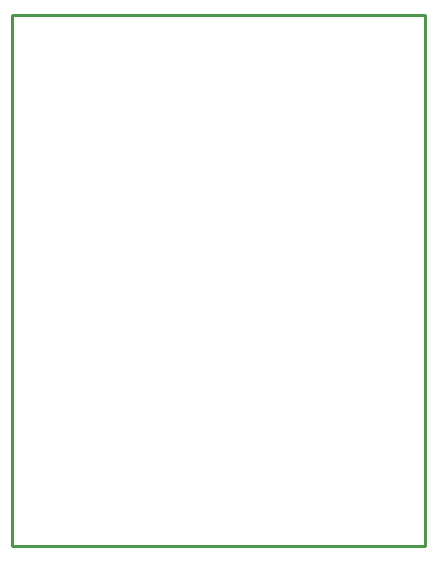
<source format=gbr>
G04 EAGLE Gerber RS-274X export*
G75*
%MOMM*%
%FSLAX34Y34*%
%LPD*%
%IN*%
%IPPOS*%
%AMOC8*
5,1,8,0,0,1.08239X$1,22.5*%
G01*
%ADD10C,0.254000*%


D10*
X-20000Y-20000D02*
X330000Y-20000D01*
X330000Y430000D01*
X-20000Y430000D01*
X-20000Y-20000D01*
M02*

</source>
